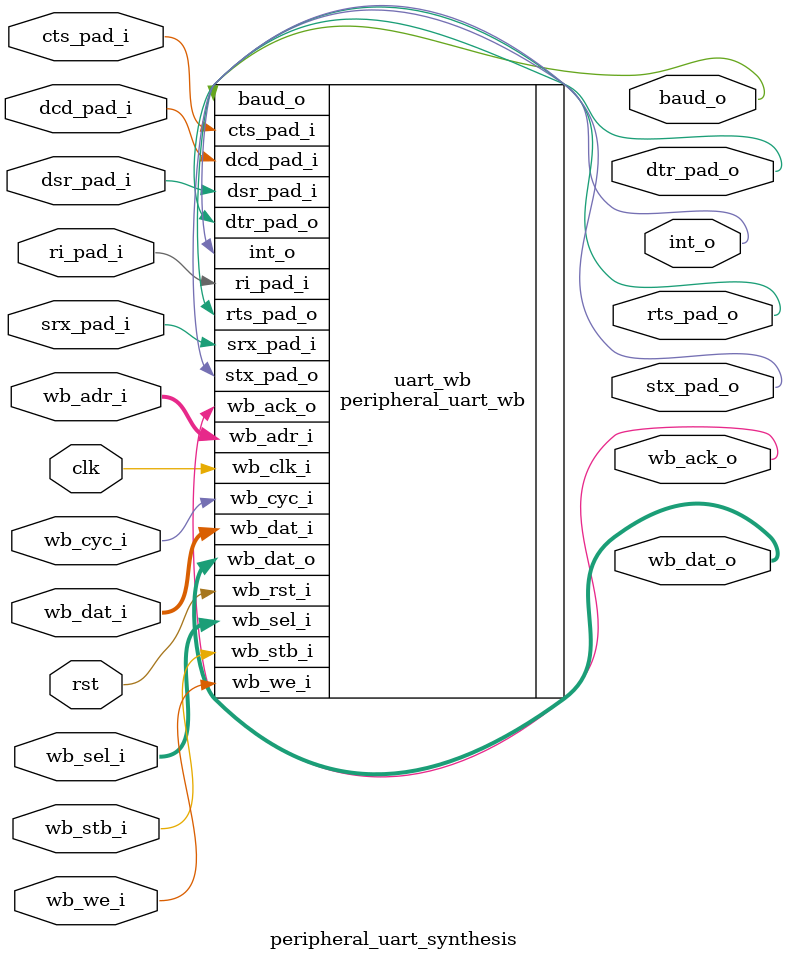
<source format=sv>

module peripheral_uart_synthesis #(
  parameter SIM   = 0,
  parameter DEBUG = 0
) (
  input clk,
  input rst,

  // WISHBONE interface
  input  [2:0] wb_adr_i,
  input  [7:0] wb_dat_i,
  output [7:0] wb_dat_o,
  input        wb_we_i,
  input        wb_stb_i,
  input        wb_cyc_i,
  input  [3:0] wb_sel_i,
  output       wb_ack_o,
  output       int_o,

  // UART signals
  input  srx_pad_i,
  output stx_pad_o,
  output rts_pad_o,
  input  cts_pad_i,
  output dtr_pad_o,
  input  dsr_pad_i,
  input  ri_pad_i,
  input  dcd_pad_i,

  // optional baudrate output
  output baud_o
);

  //////////////////////////////////////////////////////////////////////////////
  // Body
  //////////////////////////////////////////////////////////////////////////////

  // DUT WB
  peripheral_uart_wb #(
    .SIM  (SIM),
    .DEBUG(DEBUG)
  ) uart_wb (
    .wb_clk_i(clk),
    .wb_rst_i(rst),

    // WISHBONE interface
    .wb_adr_i(wb_adr_i),
    .wb_dat_i(wb_dat_i),
    .wb_dat_o(wb_dat_o),
    .wb_we_i (wb_we_i),
    .wb_stb_i(wb_stb_i),
    .wb_cyc_i(wb_cyc_i),
    .wb_sel_i(wb_sel_i),
    .wb_ack_o(wb_ack_o),
    .int_o   (int_o),

    // UART  signals
    .srx_pad_i(srx_pad_i),
    .stx_pad_o(stx_pad_o),
    .rts_pad_o(rts_pad_o),
    .cts_pad_i(cts_pad_i),
    .dtr_pad_o(dtr_pad_o),
    .dsr_pad_i(dsr_pad_i),
    .ri_pad_i (ri_pad_i),
    .dcd_pad_i(dcd_pad_i),

    // optional baudrate output
    .baud_o(baud_o)
  );
endmodule

</source>
